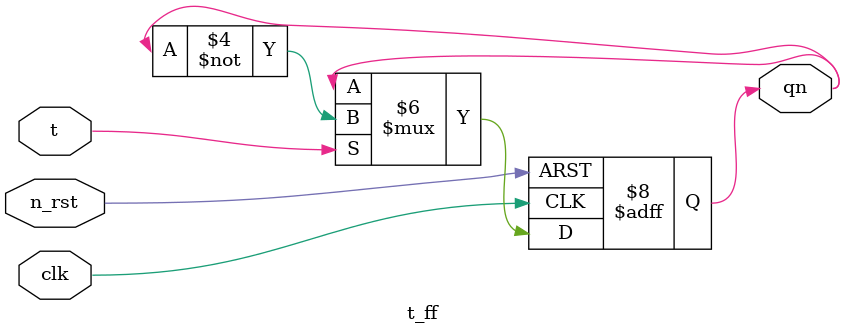
<source format=v>
module t_ff(
    clk,
    n_rst,
    t,
    qn
);

input clk;
input n_rst;
input t;

output qn;
reg qn;

always@(posedge clk or negedge n_rst) begin
    if(!n_rst) begin
        qn <= 1'b0;
    end
    else 
    if (t == 0) 
        qn <= qn;
    else 
        qn <= ~qn;
end

endmodule
</source>
